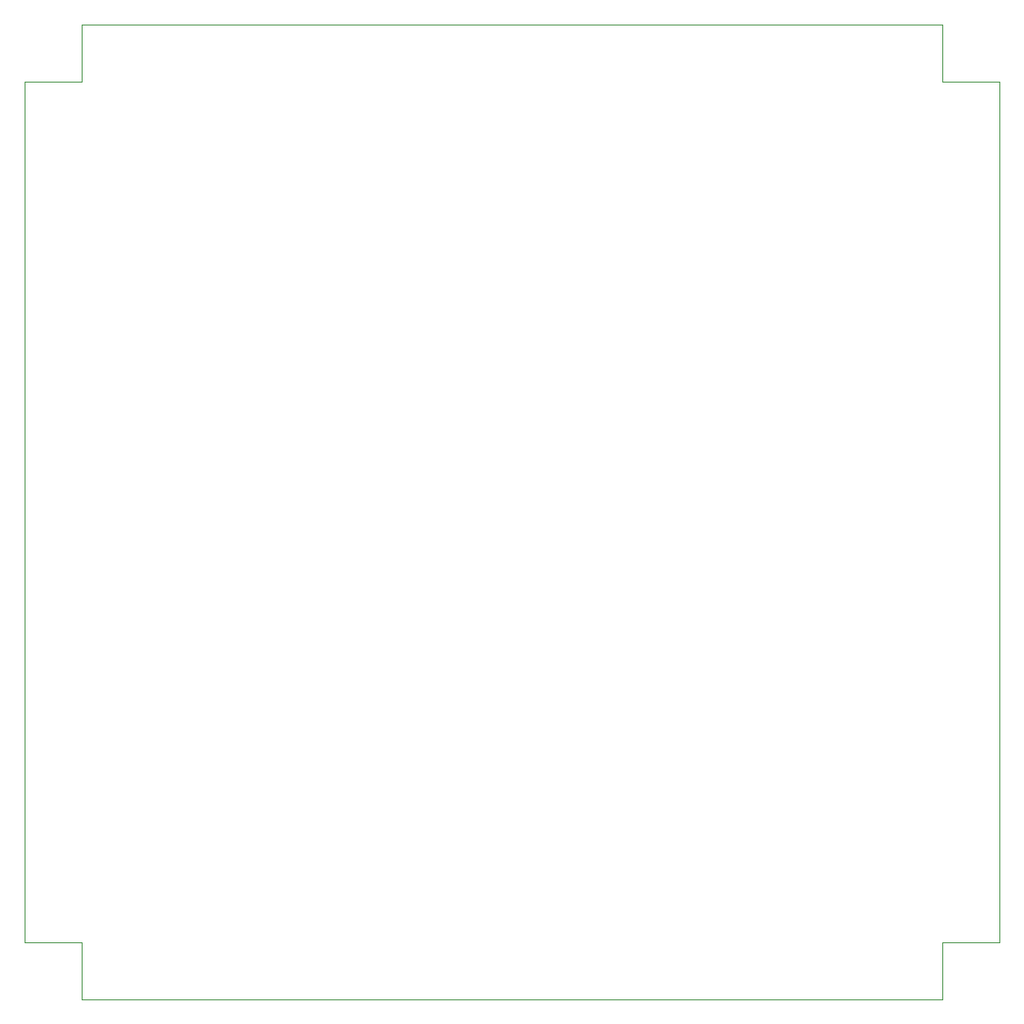
<source format=gbr>
%TF.GenerationSoftware,KiCad,Pcbnew,(5.1.10)-1*%
%TF.CreationDate,2022-11-13T15:12:26-08:00*%
%TF.ProjectId,-ZFace,2d5a4661-6365-42e6-9b69-6361645f7063,1.0*%
%TF.SameCoordinates,Original*%
%TF.FileFunction,Profile,NP*%
%FSLAX46Y46*%
G04 Gerber Fmt 4.6, Leading zero omitted, Abs format (unit mm)*
G04 Created by KiCad (PCBNEW (5.1.10)-1) date 2022-11-13 15:12:26*
%MOMM*%
%LPD*%
G01*
G04 APERTURE LIST*
%TA.AperFunction,Profile*%
%ADD10C,0.050000*%
%TD*%
G04 APERTURE END LIST*
D10*
X202000000Y-123500000D02*
X207500000Y-123500000D01*
X202000000Y-129000000D02*
X202000000Y-123500000D01*
X202000000Y-40500000D02*
X207500000Y-40500000D01*
X202000000Y-35000000D02*
X202000000Y-40500000D01*
X119000000Y-40500000D02*
X119000000Y-35000000D01*
X113500000Y-40500000D02*
X119000000Y-40500000D01*
X119000000Y-123500000D02*
X113500000Y-123500000D01*
X119000000Y-129000000D02*
X119000000Y-123500000D01*
X207500000Y-40500000D02*
X207500000Y-123500000D01*
X119000000Y-35000000D02*
X202000000Y-35000000D01*
X113500000Y-123500000D02*
X113500000Y-40500000D01*
X202000000Y-129000000D02*
X119000000Y-129000000D01*
M02*

</source>
